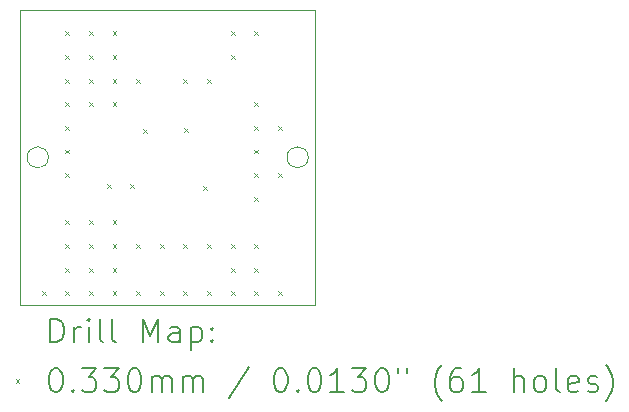
<source format=gbr>
%TF.GenerationSoftware,KiCad,Pcbnew,8.0.1*%
%TF.CreationDate,2024-07-01T16:18:09-04:00*%
%TF.ProjectId,btn,62746e2e-6b69-4636-9164-5f7063625858,rev?*%
%TF.SameCoordinates,Original*%
%TF.FileFunction,Drillmap*%
%TF.FilePolarity,Positive*%
%FSLAX45Y45*%
G04 Gerber Fmt 4.5, Leading zero omitted, Abs format (unit mm)*
G04 Created by KiCad (PCBNEW 8.0.1) date 2024-07-01 16:18:09*
%MOMM*%
%LPD*%
G01*
G04 APERTURE LIST*
%ADD10C,0.100000*%
%ADD11C,0.200000*%
G04 APERTURE END LIST*
D10*
X12240000Y-8250000D02*
G75*
G02*
X12060000Y-8250000I-90000J0D01*
G01*
X12060000Y-8250000D02*
G75*
G02*
X12240000Y-8250000I90000J0D01*
G01*
X14440000Y-8250000D02*
G75*
G02*
X14260000Y-8250000I-90000J0D01*
G01*
X14260000Y-8250000D02*
G75*
G02*
X14440000Y-8250000I90000J0D01*
G01*
X14500000Y-7000000D02*
X12000000Y-7000000D01*
X14500000Y-9500000D02*
X14500000Y-7000000D01*
X12000000Y-9500000D02*
X14500000Y-9500000D01*
X12000000Y-7000000D02*
X12000000Y-9500000D01*
D11*
D10*
X12183490Y-9383490D02*
X12216510Y-9416510D01*
X12216510Y-9383490D02*
X12183490Y-9416510D01*
X12383490Y-7183490D02*
X12416510Y-7216510D01*
X12416510Y-7183490D02*
X12383490Y-7216510D01*
X12383490Y-7383490D02*
X12416510Y-7416510D01*
X12416510Y-7383490D02*
X12383490Y-7416510D01*
X12383490Y-7583490D02*
X12416510Y-7616510D01*
X12416510Y-7583490D02*
X12383490Y-7616510D01*
X12383490Y-7783490D02*
X12416510Y-7816510D01*
X12416510Y-7783490D02*
X12383490Y-7816510D01*
X12383490Y-7983490D02*
X12416510Y-8016510D01*
X12416510Y-7983490D02*
X12383490Y-8016510D01*
X12383490Y-8183490D02*
X12416510Y-8216510D01*
X12416510Y-8183490D02*
X12383490Y-8216510D01*
X12383490Y-8383490D02*
X12416510Y-8416510D01*
X12416510Y-8383490D02*
X12383490Y-8416510D01*
X12383490Y-8783490D02*
X12416510Y-8816510D01*
X12416510Y-8783490D02*
X12383490Y-8816510D01*
X12383490Y-8983490D02*
X12416510Y-9016510D01*
X12416510Y-8983490D02*
X12383490Y-9016510D01*
X12383490Y-9183490D02*
X12416510Y-9216510D01*
X12416510Y-9183490D02*
X12383490Y-9216510D01*
X12383490Y-9383490D02*
X12416510Y-9416510D01*
X12416510Y-9383490D02*
X12383490Y-9416510D01*
X12583490Y-7183490D02*
X12616510Y-7216510D01*
X12616510Y-7183490D02*
X12583490Y-7216510D01*
X12583490Y-7383490D02*
X12616510Y-7416510D01*
X12616510Y-7383490D02*
X12583490Y-7416510D01*
X12583490Y-7583490D02*
X12616510Y-7616510D01*
X12616510Y-7583490D02*
X12583490Y-7616510D01*
X12583490Y-7783490D02*
X12616510Y-7816510D01*
X12616510Y-7783490D02*
X12583490Y-7816510D01*
X12583490Y-8783490D02*
X12616510Y-8816510D01*
X12616510Y-8783490D02*
X12583490Y-8816510D01*
X12583490Y-8983490D02*
X12616510Y-9016510D01*
X12616510Y-8983490D02*
X12583490Y-9016510D01*
X12583490Y-9183490D02*
X12616510Y-9216510D01*
X12616510Y-9183490D02*
X12583490Y-9216510D01*
X12583490Y-9383490D02*
X12616510Y-9416510D01*
X12616510Y-9383490D02*
X12583490Y-9416510D01*
X12733490Y-8477490D02*
X12766510Y-8510510D01*
X12766510Y-8477490D02*
X12733490Y-8510510D01*
X12783490Y-7183490D02*
X12816510Y-7216510D01*
X12816510Y-7183490D02*
X12783490Y-7216510D01*
X12783490Y-7383490D02*
X12816510Y-7416510D01*
X12816510Y-7383490D02*
X12783490Y-7416510D01*
X12783490Y-7583490D02*
X12816510Y-7616510D01*
X12816510Y-7583490D02*
X12783490Y-7616510D01*
X12783490Y-7783490D02*
X12816510Y-7816510D01*
X12816510Y-7783490D02*
X12783490Y-7816510D01*
X12783490Y-8783490D02*
X12816510Y-8816510D01*
X12816510Y-8783490D02*
X12783490Y-8816510D01*
X12783490Y-8983490D02*
X12816510Y-9016510D01*
X12816510Y-8983490D02*
X12783490Y-9016510D01*
X12783490Y-9183490D02*
X12816510Y-9216510D01*
X12816510Y-9183490D02*
X12783490Y-9216510D01*
X12783490Y-9383490D02*
X12816510Y-9416510D01*
X12816510Y-9383490D02*
X12783490Y-9416510D01*
X12933490Y-8477490D02*
X12966510Y-8510510D01*
X12966510Y-8477490D02*
X12933490Y-8510510D01*
X12983490Y-7583490D02*
X13016510Y-7616510D01*
X13016510Y-7583490D02*
X12983490Y-7616510D01*
X12983490Y-8983490D02*
X13016510Y-9016510D01*
X13016510Y-8983490D02*
X12983490Y-9016510D01*
X12983490Y-9383490D02*
X13016510Y-9416510D01*
X13016510Y-9383490D02*
X12983490Y-9416510D01*
X13041990Y-8009990D02*
X13075010Y-8043010D01*
X13075010Y-8009990D02*
X13041990Y-8043010D01*
X13183490Y-8983490D02*
X13216510Y-9016510D01*
X13216510Y-8983490D02*
X13183490Y-9016510D01*
X13183490Y-9383490D02*
X13216510Y-9416510D01*
X13216510Y-9383490D02*
X13183490Y-9416510D01*
X13383490Y-7583490D02*
X13416510Y-7616510D01*
X13416510Y-7583490D02*
X13383490Y-7616510D01*
X13383490Y-8983490D02*
X13416510Y-9016510D01*
X13416510Y-8983490D02*
X13383490Y-9016510D01*
X13383490Y-9383490D02*
X13416510Y-9416510D01*
X13416510Y-9383490D02*
X13383490Y-9416510D01*
X13389490Y-7999490D02*
X13422510Y-8032510D01*
X13422510Y-7999490D02*
X13389490Y-8032510D01*
X13546740Y-8490740D02*
X13579760Y-8523760D01*
X13579760Y-8490740D02*
X13546740Y-8523760D01*
X13583490Y-7583490D02*
X13616510Y-7616510D01*
X13616510Y-7583490D02*
X13583490Y-7616510D01*
X13583490Y-8983490D02*
X13616510Y-9016510D01*
X13616510Y-8983490D02*
X13583490Y-9016510D01*
X13583490Y-9383490D02*
X13616510Y-9416510D01*
X13616510Y-9383490D02*
X13583490Y-9416510D01*
X13783490Y-7183490D02*
X13816510Y-7216510D01*
X13816510Y-7183490D02*
X13783490Y-7216510D01*
X13783490Y-7383490D02*
X13816510Y-7416510D01*
X13816510Y-7383490D02*
X13783490Y-7416510D01*
X13783490Y-8983490D02*
X13816510Y-9016510D01*
X13816510Y-8983490D02*
X13783490Y-9016510D01*
X13783490Y-9183490D02*
X13816510Y-9216510D01*
X13816510Y-9183490D02*
X13783490Y-9216510D01*
X13783490Y-9383490D02*
X13816510Y-9416510D01*
X13816510Y-9383490D02*
X13783490Y-9416510D01*
X13983490Y-7183490D02*
X14016510Y-7216510D01*
X14016510Y-7183490D02*
X13983490Y-7216510D01*
X13983490Y-7783490D02*
X14016510Y-7816510D01*
X14016510Y-7783490D02*
X13983490Y-7816510D01*
X13983490Y-7983490D02*
X14016510Y-8016510D01*
X14016510Y-7983490D02*
X13983490Y-8016510D01*
X13983490Y-8183490D02*
X14016510Y-8216510D01*
X14016510Y-8183490D02*
X13983490Y-8216510D01*
X13983490Y-8383490D02*
X14016510Y-8416510D01*
X14016510Y-8383490D02*
X13983490Y-8416510D01*
X13983490Y-8583490D02*
X14016510Y-8616510D01*
X14016510Y-8583490D02*
X13983490Y-8616510D01*
X13983490Y-8983490D02*
X14016510Y-9016510D01*
X14016510Y-8983490D02*
X13983490Y-9016510D01*
X13983490Y-9183490D02*
X14016510Y-9216510D01*
X14016510Y-9183490D02*
X13983490Y-9216510D01*
X13983490Y-9383490D02*
X14016510Y-9416510D01*
X14016510Y-9383490D02*
X13983490Y-9416510D01*
X14183490Y-7983490D02*
X14216510Y-8016510D01*
X14216510Y-7983490D02*
X14183490Y-8016510D01*
X14183490Y-8383490D02*
X14216510Y-8416510D01*
X14216510Y-8383490D02*
X14183490Y-8416510D01*
X14183490Y-9383490D02*
X14216510Y-9416510D01*
X14216510Y-9383490D02*
X14183490Y-9416510D01*
D11*
X12255777Y-9816484D02*
X12255777Y-9616484D01*
X12255777Y-9616484D02*
X12303396Y-9616484D01*
X12303396Y-9616484D02*
X12331967Y-9626008D01*
X12331967Y-9626008D02*
X12351015Y-9645055D01*
X12351015Y-9645055D02*
X12360539Y-9664103D01*
X12360539Y-9664103D02*
X12370062Y-9702198D01*
X12370062Y-9702198D02*
X12370062Y-9730770D01*
X12370062Y-9730770D02*
X12360539Y-9768865D01*
X12360539Y-9768865D02*
X12351015Y-9787912D01*
X12351015Y-9787912D02*
X12331967Y-9806960D01*
X12331967Y-9806960D02*
X12303396Y-9816484D01*
X12303396Y-9816484D02*
X12255777Y-9816484D01*
X12455777Y-9816484D02*
X12455777Y-9683150D01*
X12455777Y-9721246D02*
X12465301Y-9702198D01*
X12465301Y-9702198D02*
X12474824Y-9692674D01*
X12474824Y-9692674D02*
X12493872Y-9683150D01*
X12493872Y-9683150D02*
X12512920Y-9683150D01*
X12579586Y-9816484D02*
X12579586Y-9683150D01*
X12579586Y-9616484D02*
X12570062Y-9626008D01*
X12570062Y-9626008D02*
X12579586Y-9635531D01*
X12579586Y-9635531D02*
X12589110Y-9626008D01*
X12589110Y-9626008D02*
X12579586Y-9616484D01*
X12579586Y-9616484D02*
X12579586Y-9635531D01*
X12703396Y-9816484D02*
X12684348Y-9806960D01*
X12684348Y-9806960D02*
X12674824Y-9787912D01*
X12674824Y-9787912D02*
X12674824Y-9616484D01*
X12808158Y-9816484D02*
X12789110Y-9806960D01*
X12789110Y-9806960D02*
X12779586Y-9787912D01*
X12779586Y-9787912D02*
X12779586Y-9616484D01*
X13036729Y-9816484D02*
X13036729Y-9616484D01*
X13036729Y-9616484D02*
X13103396Y-9759341D01*
X13103396Y-9759341D02*
X13170062Y-9616484D01*
X13170062Y-9616484D02*
X13170062Y-9816484D01*
X13351015Y-9816484D02*
X13351015Y-9711722D01*
X13351015Y-9711722D02*
X13341491Y-9692674D01*
X13341491Y-9692674D02*
X13322443Y-9683150D01*
X13322443Y-9683150D02*
X13284348Y-9683150D01*
X13284348Y-9683150D02*
X13265301Y-9692674D01*
X13351015Y-9806960D02*
X13331967Y-9816484D01*
X13331967Y-9816484D02*
X13284348Y-9816484D01*
X13284348Y-9816484D02*
X13265301Y-9806960D01*
X13265301Y-9806960D02*
X13255777Y-9787912D01*
X13255777Y-9787912D02*
X13255777Y-9768865D01*
X13255777Y-9768865D02*
X13265301Y-9749817D01*
X13265301Y-9749817D02*
X13284348Y-9740293D01*
X13284348Y-9740293D02*
X13331967Y-9740293D01*
X13331967Y-9740293D02*
X13351015Y-9730770D01*
X13446253Y-9683150D02*
X13446253Y-9883150D01*
X13446253Y-9692674D02*
X13465301Y-9683150D01*
X13465301Y-9683150D02*
X13503396Y-9683150D01*
X13503396Y-9683150D02*
X13522443Y-9692674D01*
X13522443Y-9692674D02*
X13531967Y-9702198D01*
X13531967Y-9702198D02*
X13541491Y-9721246D01*
X13541491Y-9721246D02*
X13541491Y-9778389D01*
X13541491Y-9778389D02*
X13531967Y-9797436D01*
X13531967Y-9797436D02*
X13522443Y-9806960D01*
X13522443Y-9806960D02*
X13503396Y-9816484D01*
X13503396Y-9816484D02*
X13465301Y-9816484D01*
X13465301Y-9816484D02*
X13446253Y-9806960D01*
X13627205Y-9797436D02*
X13636729Y-9806960D01*
X13636729Y-9806960D02*
X13627205Y-9816484D01*
X13627205Y-9816484D02*
X13617682Y-9806960D01*
X13617682Y-9806960D02*
X13627205Y-9797436D01*
X13627205Y-9797436D02*
X13627205Y-9816484D01*
X13627205Y-9692674D02*
X13636729Y-9702198D01*
X13636729Y-9702198D02*
X13627205Y-9711722D01*
X13627205Y-9711722D02*
X13617682Y-9702198D01*
X13617682Y-9702198D02*
X13627205Y-9692674D01*
X13627205Y-9692674D02*
X13627205Y-9711722D01*
D10*
X11961980Y-10128490D02*
X11995000Y-10161510D01*
X11995000Y-10128490D02*
X11961980Y-10161510D01*
D11*
X12293872Y-10036484D02*
X12312920Y-10036484D01*
X12312920Y-10036484D02*
X12331967Y-10046008D01*
X12331967Y-10046008D02*
X12341491Y-10055531D01*
X12341491Y-10055531D02*
X12351015Y-10074579D01*
X12351015Y-10074579D02*
X12360539Y-10112674D01*
X12360539Y-10112674D02*
X12360539Y-10160293D01*
X12360539Y-10160293D02*
X12351015Y-10198389D01*
X12351015Y-10198389D02*
X12341491Y-10217436D01*
X12341491Y-10217436D02*
X12331967Y-10226960D01*
X12331967Y-10226960D02*
X12312920Y-10236484D01*
X12312920Y-10236484D02*
X12293872Y-10236484D01*
X12293872Y-10236484D02*
X12274824Y-10226960D01*
X12274824Y-10226960D02*
X12265301Y-10217436D01*
X12265301Y-10217436D02*
X12255777Y-10198389D01*
X12255777Y-10198389D02*
X12246253Y-10160293D01*
X12246253Y-10160293D02*
X12246253Y-10112674D01*
X12246253Y-10112674D02*
X12255777Y-10074579D01*
X12255777Y-10074579D02*
X12265301Y-10055531D01*
X12265301Y-10055531D02*
X12274824Y-10046008D01*
X12274824Y-10046008D02*
X12293872Y-10036484D01*
X12446253Y-10217436D02*
X12455777Y-10226960D01*
X12455777Y-10226960D02*
X12446253Y-10236484D01*
X12446253Y-10236484D02*
X12436729Y-10226960D01*
X12436729Y-10226960D02*
X12446253Y-10217436D01*
X12446253Y-10217436D02*
X12446253Y-10236484D01*
X12522443Y-10036484D02*
X12646253Y-10036484D01*
X12646253Y-10036484D02*
X12579586Y-10112674D01*
X12579586Y-10112674D02*
X12608158Y-10112674D01*
X12608158Y-10112674D02*
X12627205Y-10122198D01*
X12627205Y-10122198D02*
X12636729Y-10131722D01*
X12636729Y-10131722D02*
X12646253Y-10150770D01*
X12646253Y-10150770D02*
X12646253Y-10198389D01*
X12646253Y-10198389D02*
X12636729Y-10217436D01*
X12636729Y-10217436D02*
X12627205Y-10226960D01*
X12627205Y-10226960D02*
X12608158Y-10236484D01*
X12608158Y-10236484D02*
X12551015Y-10236484D01*
X12551015Y-10236484D02*
X12531967Y-10226960D01*
X12531967Y-10226960D02*
X12522443Y-10217436D01*
X12712920Y-10036484D02*
X12836729Y-10036484D01*
X12836729Y-10036484D02*
X12770062Y-10112674D01*
X12770062Y-10112674D02*
X12798634Y-10112674D01*
X12798634Y-10112674D02*
X12817682Y-10122198D01*
X12817682Y-10122198D02*
X12827205Y-10131722D01*
X12827205Y-10131722D02*
X12836729Y-10150770D01*
X12836729Y-10150770D02*
X12836729Y-10198389D01*
X12836729Y-10198389D02*
X12827205Y-10217436D01*
X12827205Y-10217436D02*
X12817682Y-10226960D01*
X12817682Y-10226960D02*
X12798634Y-10236484D01*
X12798634Y-10236484D02*
X12741491Y-10236484D01*
X12741491Y-10236484D02*
X12722443Y-10226960D01*
X12722443Y-10226960D02*
X12712920Y-10217436D01*
X12960539Y-10036484D02*
X12979586Y-10036484D01*
X12979586Y-10036484D02*
X12998634Y-10046008D01*
X12998634Y-10046008D02*
X13008158Y-10055531D01*
X13008158Y-10055531D02*
X13017682Y-10074579D01*
X13017682Y-10074579D02*
X13027205Y-10112674D01*
X13027205Y-10112674D02*
X13027205Y-10160293D01*
X13027205Y-10160293D02*
X13017682Y-10198389D01*
X13017682Y-10198389D02*
X13008158Y-10217436D01*
X13008158Y-10217436D02*
X12998634Y-10226960D01*
X12998634Y-10226960D02*
X12979586Y-10236484D01*
X12979586Y-10236484D02*
X12960539Y-10236484D01*
X12960539Y-10236484D02*
X12941491Y-10226960D01*
X12941491Y-10226960D02*
X12931967Y-10217436D01*
X12931967Y-10217436D02*
X12922443Y-10198389D01*
X12922443Y-10198389D02*
X12912920Y-10160293D01*
X12912920Y-10160293D02*
X12912920Y-10112674D01*
X12912920Y-10112674D02*
X12922443Y-10074579D01*
X12922443Y-10074579D02*
X12931967Y-10055531D01*
X12931967Y-10055531D02*
X12941491Y-10046008D01*
X12941491Y-10046008D02*
X12960539Y-10036484D01*
X13112920Y-10236484D02*
X13112920Y-10103150D01*
X13112920Y-10122198D02*
X13122443Y-10112674D01*
X13122443Y-10112674D02*
X13141491Y-10103150D01*
X13141491Y-10103150D02*
X13170063Y-10103150D01*
X13170063Y-10103150D02*
X13189110Y-10112674D01*
X13189110Y-10112674D02*
X13198634Y-10131722D01*
X13198634Y-10131722D02*
X13198634Y-10236484D01*
X13198634Y-10131722D02*
X13208158Y-10112674D01*
X13208158Y-10112674D02*
X13227205Y-10103150D01*
X13227205Y-10103150D02*
X13255777Y-10103150D01*
X13255777Y-10103150D02*
X13274824Y-10112674D01*
X13274824Y-10112674D02*
X13284348Y-10131722D01*
X13284348Y-10131722D02*
X13284348Y-10236484D01*
X13379586Y-10236484D02*
X13379586Y-10103150D01*
X13379586Y-10122198D02*
X13389110Y-10112674D01*
X13389110Y-10112674D02*
X13408158Y-10103150D01*
X13408158Y-10103150D02*
X13436729Y-10103150D01*
X13436729Y-10103150D02*
X13455777Y-10112674D01*
X13455777Y-10112674D02*
X13465301Y-10131722D01*
X13465301Y-10131722D02*
X13465301Y-10236484D01*
X13465301Y-10131722D02*
X13474824Y-10112674D01*
X13474824Y-10112674D02*
X13493872Y-10103150D01*
X13493872Y-10103150D02*
X13522443Y-10103150D01*
X13522443Y-10103150D02*
X13541491Y-10112674D01*
X13541491Y-10112674D02*
X13551015Y-10131722D01*
X13551015Y-10131722D02*
X13551015Y-10236484D01*
X13941491Y-10026960D02*
X13770063Y-10284103D01*
X14198634Y-10036484D02*
X14217682Y-10036484D01*
X14217682Y-10036484D02*
X14236729Y-10046008D01*
X14236729Y-10046008D02*
X14246253Y-10055531D01*
X14246253Y-10055531D02*
X14255777Y-10074579D01*
X14255777Y-10074579D02*
X14265301Y-10112674D01*
X14265301Y-10112674D02*
X14265301Y-10160293D01*
X14265301Y-10160293D02*
X14255777Y-10198389D01*
X14255777Y-10198389D02*
X14246253Y-10217436D01*
X14246253Y-10217436D02*
X14236729Y-10226960D01*
X14236729Y-10226960D02*
X14217682Y-10236484D01*
X14217682Y-10236484D02*
X14198634Y-10236484D01*
X14198634Y-10236484D02*
X14179586Y-10226960D01*
X14179586Y-10226960D02*
X14170063Y-10217436D01*
X14170063Y-10217436D02*
X14160539Y-10198389D01*
X14160539Y-10198389D02*
X14151015Y-10160293D01*
X14151015Y-10160293D02*
X14151015Y-10112674D01*
X14151015Y-10112674D02*
X14160539Y-10074579D01*
X14160539Y-10074579D02*
X14170063Y-10055531D01*
X14170063Y-10055531D02*
X14179586Y-10046008D01*
X14179586Y-10046008D02*
X14198634Y-10036484D01*
X14351015Y-10217436D02*
X14360539Y-10226960D01*
X14360539Y-10226960D02*
X14351015Y-10236484D01*
X14351015Y-10236484D02*
X14341491Y-10226960D01*
X14341491Y-10226960D02*
X14351015Y-10217436D01*
X14351015Y-10217436D02*
X14351015Y-10236484D01*
X14484348Y-10036484D02*
X14503396Y-10036484D01*
X14503396Y-10036484D02*
X14522444Y-10046008D01*
X14522444Y-10046008D02*
X14531967Y-10055531D01*
X14531967Y-10055531D02*
X14541491Y-10074579D01*
X14541491Y-10074579D02*
X14551015Y-10112674D01*
X14551015Y-10112674D02*
X14551015Y-10160293D01*
X14551015Y-10160293D02*
X14541491Y-10198389D01*
X14541491Y-10198389D02*
X14531967Y-10217436D01*
X14531967Y-10217436D02*
X14522444Y-10226960D01*
X14522444Y-10226960D02*
X14503396Y-10236484D01*
X14503396Y-10236484D02*
X14484348Y-10236484D01*
X14484348Y-10236484D02*
X14465301Y-10226960D01*
X14465301Y-10226960D02*
X14455777Y-10217436D01*
X14455777Y-10217436D02*
X14446253Y-10198389D01*
X14446253Y-10198389D02*
X14436729Y-10160293D01*
X14436729Y-10160293D02*
X14436729Y-10112674D01*
X14436729Y-10112674D02*
X14446253Y-10074579D01*
X14446253Y-10074579D02*
X14455777Y-10055531D01*
X14455777Y-10055531D02*
X14465301Y-10046008D01*
X14465301Y-10046008D02*
X14484348Y-10036484D01*
X14741491Y-10236484D02*
X14627206Y-10236484D01*
X14684348Y-10236484D02*
X14684348Y-10036484D01*
X14684348Y-10036484D02*
X14665301Y-10065055D01*
X14665301Y-10065055D02*
X14646253Y-10084103D01*
X14646253Y-10084103D02*
X14627206Y-10093627D01*
X14808158Y-10036484D02*
X14931967Y-10036484D01*
X14931967Y-10036484D02*
X14865301Y-10112674D01*
X14865301Y-10112674D02*
X14893872Y-10112674D01*
X14893872Y-10112674D02*
X14912920Y-10122198D01*
X14912920Y-10122198D02*
X14922444Y-10131722D01*
X14922444Y-10131722D02*
X14931967Y-10150770D01*
X14931967Y-10150770D02*
X14931967Y-10198389D01*
X14931967Y-10198389D02*
X14922444Y-10217436D01*
X14922444Y-10217436D02*
X14912920Y-10226960D01*
X14912920Y-10226960D02*
X14893872Y-10236484D01*
X14893872Y-10236484D02*
X14836729Y-10236484D01*
X14836729Y-10236484D02*
X14817682Y-10226960D01*
X14817682Y-10226960D02*
X14808158Y-10217436D01*
X15055777Y-10036484D02*
X15074825Y-10036484D01*
X15074825Y-10036484D02*
X15093872Y-10046008D01*
X15093872Y-10046008D02*
X15103396Y-10055531D01*
X15103396Y-10055531D02*
X15112920Y-10074579D01*
X15112920Y-10074579D02*
X15122444Y-10112674D01*
X15122444Y-10112674D02*
X15122444Y-10160293D01*
X15122444Y-10160293D02*
X15112920Y-10198389D01*
X15112920Y-10198389D02*
X15103396Y-10217436D01*
X15103396Y-10217436D02*
X15093872Y-10226960D01*
X15093872Y-10226960D02*
X15074825Y-10236484D01*
X15074825Y-10236484D02*
X15055777Y-10236484D01*
X15055777Y-10236484D02*
X15036729Y-10226960D01*
X15036729Y-10226960D02*
X15027206Y-10217436D01*
X15027206Y-10217436D02*
X15017682Y-10198389D01*
X15017682Y-10198389D02*
X15008158Y-10160293D01*
X15008158Y-10160293D02*
X15008158Y-10112674D01*
X15008158Y-10112674D02*
X15017682Y-10074579D01*
X15017682Y-10074579D02*
X15027206Y-10055531D01*
X15027206Y-10055531D02*
X15036729Y-10046008D01*
X15036729Y-10046008D02*
X15055777Y-10036484D01*
X15198634Y-10036484D02*
X15198634Y-10074579D01*
X15274825Y-10036484D02*
X15274825Y-10074579D01*
X15570063Y-10312674D02*
X15560539Y-10303150D01*
X15560539Y-10303150D02*
X15541491Y-10274579D01*
X15541491Y-10274579D02*
X15531968Y-10255531D01*
X15531968Y-10255531D02*
X15522444Y-10226960D01*
X15522444Y-10226960D02*
X15512920Y-10179341D01*
X15512920Y-10179341D02*
X15512920Y-10141246D01*
X15512920Y-10141246D02*
X15522444Y-10093627D01*
X15522444Y-10093627D02*
X15531968Y-10065055D01*
X15531968Y-10065055D02*
X15541491Y-10046008D01*
X15541491Y-10046008D02*
X15560539Y-10017436D01*
X15560539Y-10017436D02*
X15570063Y-10007912D01*
X15731968Y-10036484D02*
X15693872Y-10036484D01*
X15693872Y-10036484D02*
X15674825Y-10046008D01*
X15674825Y-10046008D02*
X15665301Y-10055531D01*
X15665301Y-10055531D02*
X15646253Y-10084103D01*
X15646253Y-10084103D02*
X15636729Y-10122198D01*
X15636729Y-10122198D02*
X15636729Y-10198389D01*
X15636729Y-10198389D02*
X15646253Y-10217436D01*
X15646253Y-10217436D02*
X15655777Y-10226960D01*
X15655777Y-10226960D02*
X15674825Y-10236484D01*
X15674825Y-10236484D02*
X15712920Y-10236484D01*
X15712920Y-10236484D02*
X15731968Y-10226960D01*
X15731968Y-10226960D02*
X15741491Y-10217436D01*
X15741491Y-10217436D02*
X15751015Y-10198389D01*
X15751015Y-10198389D02*
X15751015Y-10150770D01*
X15751015Y-10150770D02*
X15741491Y-10131722D01*
X15741491Y-10131722D02*
X15731968Y-10122198D01*
X15731968Y-10122198D02*
X15712920Y-10112674D01*
X15712920Y-10112674D02*
X15674825Y-10112674D01*
X15674825Y-10112674D02*
X15655777Y-10122198D01*
X15655777Y-10122198D02*
X15646253Y-10131722D01*
X15646253Y-10131722D02*
X15636729Y-10150770D01*
X15941491Y-10236484D02*
X15827206Y-10236484D01*
X15884348Y-10236484D02*
X15884348Y-10036484D01*
X15884348Y-10036484D02*
X15865301Y-10065055D01*
X15865301Y-10065055D02*
X15846253Y-10084103D01*
X15846253Y-10084103D02*
X15827206Y-10093627D01*
X16179587Y-10236484D02*
X16179587Y-10036484D01*
X16265301Y-10236484D02*
X16265301Y-10131722D01*
X16265301Y-10131722D02*
X16255777Y-10112674D01*
X16255777Y-10112674D02*
X16236730Y-10103150D01*
X16236730Y-10103150D02*
X16208158Y-10103150D01*
X16208158Y-10103150D02*
X16189110Y-10112674D01*
X16189110Y-10112674D02*
X16179587Y-10122198D01*
X16389110Y-10236484D02*
X16370063Y-10226960D01*
X16370063Y-10226960D02*
X16360539Y-10217436D01*
X16360539Y-10217436D02*
X16351015Y-10198389D01*
X16351015Y-10198389D02*
X16351015Y-10141246D01*
X16351015Y-10141246D02*
X16360539Y-10122198D01*
X16360539Y-10122198D02*
X16370063Y-10112674D01*
X16370063Y-10112674D02*
X16389110Y-10103150D01*
X16389110Y-10103150D02*
X16417682Y-10103150D01*
X16417682Y-10103150D02*
X16436730Y-10112674D01*
X16436730Y-10112674D02*
X16446253Y-10122198D01*
X16446253Y-10122198D02*
X16455777Y-10141246D01*
X16455777Y-10141246D02*
X16455777Y-10198389D01*
X16455777Y-10198389D02*
X16446253Y-10217436D01*
X16446253Y-10217436D02*
X16436730Y-10226960D01*
X16436730Y-10226960D02*
X16417682Y-10236484D01*
X16417682Y-10236484D02*
X16389110Y-10236484D01*
X16570063Y-10236484D02*
X16551015Y-10226960D01*
X16551015Y-10226960D02*
X16541491Y-10207912D01*
X16541491Y-10207912D02*
X16541491Y-10036484D01*
X16722444Y-10226960D02*
X16703396Y-10236484D01*
X16703396Y-10236484D02*
X16665301Y-10236484D01*
X16665301Y-10236484D02*
X16646253Y-10226960D01*
X16646253Y-10226960D02*
X16636730Y-10207912D01*
X16636730Y-10207912D02*
X16636730Y-10131722D01*
X16636730Y-10131722D02*
X16646253Y-10112674D01*
X16646253Y-10112674D02*
X16665301Y-10103150D01*
X16665301Y-10103150D02*
X16703396Y-10103150D01*
X16703396Y-10103150D02*
X16722444Y-10112674D01*
X16722444Y-10112674D02*
X16731968Y-10131722D01*
X16731968Y-10131722D02*
X16731968Y-10150770D01*
X16731968Y-10150770D02*
X16636730Y-10169817D01*
X16808158Y-10226960D02*
X16827206Y-10236484D01*
X16827206Y-10236484D02*
X16865301Y-10236484D01*
X16865301Y-10236484D02*
X16884349Y-10226960D01*
X16884349Y-10226960D02*
X16893873Y-10207912D01*
X16893873Y-10207912D02*
X16893873Y-10198389D01*
X16893873Y-10198389D02*
X16884349Y-10179341D01*
X16884349Y-10179341D02*
X16865301Y-10169817D01*
X16865301Y-10169817D02*
X16836730Y-10169817D01*
X16836730Y-10169817D02*
X16817682Y-10160293D01*
X16817682Y-10160293D02*
X16808158Y-10141246D01*
X16808158Y-10141246D02*
X16808158Y-10131722D01*
X16808158Y-10131722D02*
X16817682Y-10112674D01*
X16817682Y-10112674D02*
X16836730Y-10103150D01*
X16836730Y-10103150D02*
X16865301Y-10103150D01*
X16865301Y-10103150D02*
X16884349Y-10112674D01*
X16960539Y-10312674D02*
X16970063Y-10303150D01*
X16970063Y-10303150D02*
X16989111Y-10274579D01*
X16989111Y-10274579D02*
X16998634Y-10255531D01*
X16998634Y-10255531D02*
X17008158Y-10226960D01*
X17008158Y-10226960D02*
X17017682Y-10179341D01*
X17017682Y-10179341D02*
X17017682Y-10141246D01*
X17017682Y-10141246D02*
X17008158Y-10093627D01*
X17008158Y-10093627D02*
X16998634Y-10065055D01*
X16998634Y-10065055D02*
X16989111Y-10046008D01*
X16989111Y-10046008D02*
X16970063Y-10017436D01*
X16970063Y-10017436D02*
X16960539Y-10007912D01*
M02*

</source>
